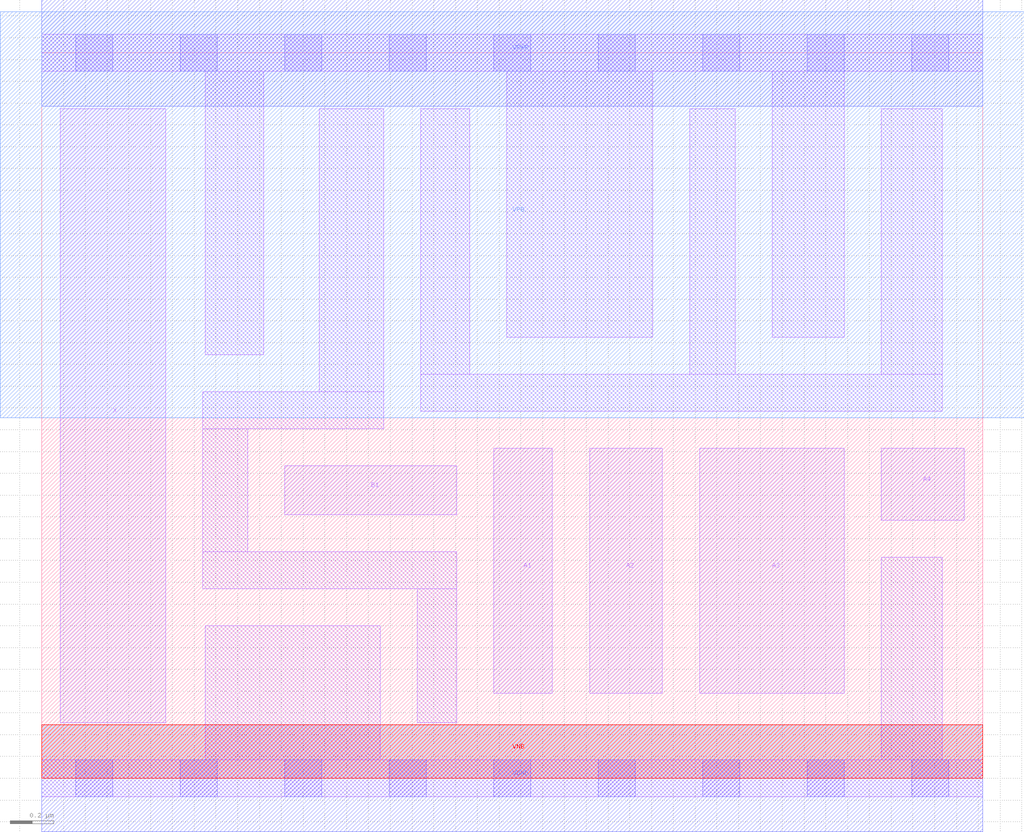
<source format=lef>
# Copyright 2020 The SkyWater PDK Authors
#
# Licensed under the Apache License, Version 2.0 (the "License");
# you may not use this file except in compliance with the License.
# You may obtain a copy of the License at
#
#     https://www.apache.org/licenses/LICENSE-2.0
#
# Unless required by applicable law or agreed to in writing, software
# distributed under the License is distributed on an "AS IS" BASIS,
# WITHOUT WARRANTIES OR CONDITIONS OF ANY KIND, either express or implied.
# See the License for the specific language governing permissions and
# limitations under the License.
#
# SPDX-License-Identifier: Apache-2.0

VERSION 5.7 ;
  NOWIREEXTENSIONATPIN ON ;
  DIVIDERCHAR "/" ;
  BUSBITCHARS "[]" ;
MACRO sky130_fd_sc_lp__a41o_1
  CLASS CORE ;
  FOREIGN sky130_fd_sc_lp__a41o_1 ;
  ORIGIN  0.000000  0.000000 ;
  SIZE  4.320000 BY  3.330000 ;
  SYMMETRY X Y R90 ;
  SITE unit ;
  PIN A1
    ANTENNAGATEAREA  0.315000 ;
    DIRECTION INPUT ;
    USE SIGNAL ;
    PORT
      LAYER li1 ;
        RECT 2.075000 0.390000 2.345000 1.515000 ;
    END
  END A1
  PIN A2
    ANTENNAGATEAREA  0.315000 ;
    DIRECTION INPUT ;
    USE SIGNAL ;
    PORT
      LAYER li1 ;
        RECT 2.515000 0.390000 2.850000 1.515000 ;
    END
  END A2
  PIN A3
    ANTENNAGATEAREA  0.315000 ;
    DIRECTION INPUT ;
    USE SIGNAL ;
    PORT
      LAYER li1 ;
        RECT 3.020000 0.390000 3.685000 1.515000 ;
    END
  END A3
  PIN A4
    ANTENNAGATEAREA  0.315000 ;
    DIRECTION INPUT ;
    USE SIGNAL ;
    PORT
      LAYER li1 ;
        RECT 3.855000 1.185000 4.235000 1.515000 ;
    END
  END A4
  PIN B1
    ANTENNAGATEAREA  0.315000 ;
    DIRECTION INPUT ;
    USE SIGNAL ;
    PORT
      LAYER li1 ;
        RECT 1.115000 1.210000 1.905000 1.435000 ;
    END
  END B1
  PIN X
    ANTENNADIFFAREA  0.556500 ;
    DIRECTION OUTPUT ;
    USE SIGNAL ;
    PORT
      LAYER li1 ;
        RECT 0.085000 0.255000 0.570000 3.075000 ;
    END
  END X
  PIN VGND
    DIRECTION INOUT ;
    USE GROUND ;
    PORT
      LAYER met1 ;
        RECT 0.000000 -0.245000 4.320000 0.245000 ;
    END
  END VGND
  PIN VNB
    DIRECTION INOUT ;
    USE GROUND ;
    PORT
      LAYER pwell ;
        RECT 0.000000 0.000000 4.320000 0.245000 ;
    END
  END VNB
  PIN VPB
    DIRECTION INOUT ;
    USE POWER ;
    PORT
      LAYER nwell ;
        RECT -0.190000 1.655000 4.510000 3.520000 ;
    END
  END VPB
  PIN VPWR
    DIRECTION INOUT ;
    USE POWER ;
    PORT
      LAYER met1 ;
        RECT 0.000000 3.085000 4.320000 3.575000 ;
    END
  END VPWR
  OBS
    LAYER li1 ;
      RECT 0.000000 -0.085000 4.320000 0.085000 ;
      RECT 0.000000  3.245000 4.320000 3.415000 ;
      RECT 0.740000  0.870000 1.905000 1.040000 ;
      RECT 0.740000  1.040000 0.945000 1.605000 ;
      RECT 0.740000  1.605000 1.570000 1.775000 ;
      RECT 0.750000  0.085000 1.555000 0.700000 ;
      RECT 0.750000  1.945000 1.020000 3.245000 ;
      RECT 1.275000  1.775000 1.570000 3.075000 ;
      RECT 1.725000  0.255000 1.905000 0.870000 ;
      RECT 1.740000  1.685000 4.135000 1.855000 ;
      RECT 1.740000  1.855000 1.965000 3.075000 ;
      RECT 2.135000  2.025000 2.805000 3.245000 ;
      RECT 2.975000  1.855000 3.185000 3.075000 ;
      RECT 3.355000  2.025000 3.685000 3.245000 ;
      RECT 3.855000  0.085000 4.135000 1.015000 ;
      RECT 3.855000  1.855000 4.135000 3.075000 ;
    LAYER mcon ;
      RECT 0.155000 -0.085000 0.325000 0.085000 ;
      RECT 0.155000  3.245000 0.325000 3.415000 ;
      RECT 0.635000 -0.085000 0.805000 0.085000 ;
      RECT 0.635000  3.245000 0.805000 3.415000 ;
      RECT 1.115000 -0.085000 1.285000 0.085000 ;
      RECT 1.115000  3.245000 1.285000 3.415000 ;
      RECT 1.595000 -0.085000 1.765000 0.085000 ;
      RECT 1.595000  3.245000 1.765000 3.415000 ;
      RECT 2.075000 -0.085000 2.245000 0.085000 ;
      RECT 2.075000  3.245000 2.245000 3.415000 ;
      RECT 2.555000 -0.085000 2.725000 0.085000 ;
      RECT 2.555000  3.245000 2.725000 3.415000 ;
      RECT 3.035000 -0.085000 3.205000 0.085000 ;
      RECT 3.035000  3.245000 3.205000 3.415000 ;
      RECT 3.515000 -0.085000 3.685000 0.085000 ;
      RECT 3.515000  3.245000 3.685000 3.415000 ;
      RECT 3.995000 -0.085000 4.165000 0.085000 ;
      RECT 3.995000  3.245000 4.165000 3.415000 ;
  END
END sky130_fd_sc_lp__a41o_1
END LIBRARY

</source>
